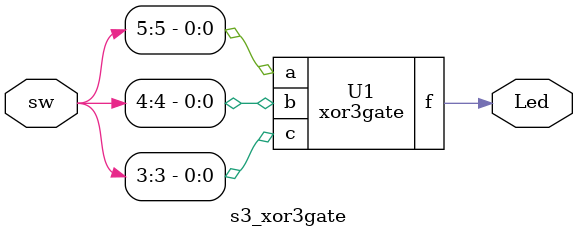
<source format=v>
`timescale 1ns / 1ps
module xor3gate(a, b, c, f);
	input a, b, c;
	output f;
	
	assign f = a ^ b ^ c;
endmodule

module s3_xor3gate(sw, Led);
	input 	[5:3] sw;
	output 	[5:5] Led;
	
	xor3gate U1 (.a(sw[5]), .b(sw[4]), .c(sw[3]), .f(Led[5]));
endmodule	
</source>
